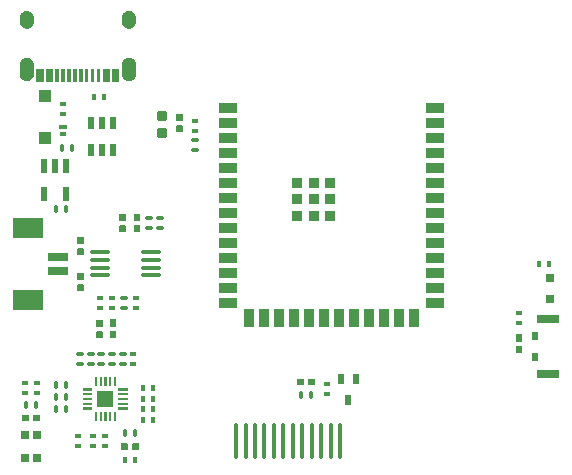
<source format=gtp>
G04 Layer: TopPasteMaskLayer*
G04 EasyEDA Pro v2.2.34.8, 2025-02-19 17:22:18*
G04 Gerber Generator version 0.3*
G04 Scale: 100 percent, Rotated: No, Reflected: No*
G04 Dimensions in millimeters*
G04 Leading zeros omitted, absolute positions, 4 integers and 5 decimals*
%FSLAX45Y45*%
%MOMM*%
%AMRoundRect*1,1,$1,$2,$3*1,1,$1,$4,$5*1,1,$1,0-$2,0-$3*1,1,$1,0-$4,0-$5*20,1,$1,$2,$3,$4,$5,0*20,1,$1,$4,$5,0-$2,0-$3,0*20,1,$1,0-$2,0-$3,0-$4,0-$5,0*20,1,$1,0-$4,0-$5,$2,$3,0*4,1,4,$2,$3,$4,$5,0-$2,0-$3,0-$4,0-$5,$2,$3,0*%
%AMPolygonMacro1*4,1,5,0.3,-0.205,-0.2,-0.205,-0.3,-0.12499,-0.3,0.205,0.3,0.205,0.3,-0.205,0*%
%ADD10RoundRect,0.4X-0.25X-0.2X-0.25X0.2*%
%ADD11RoundRect,0.2X0.2X0.1X0.2X-0.1*%
%ADD12RoundRect,0.2X0.1X-0.2X-0.1X-0.2*%
%ADD13RoundRect,0.2X-0.1X0.2X0.1X0.2*%
%ADD14RoundRect,0.2X-0.2X-0.1X-0.2X0.1*%
%ADD15RoundRect,0.1064X-0.2128X0.4828X0.2128X0.4828*%
%ADD16R,1.0X1.05001*%
%ADD17R,0.4X0.6*%
%ADD18R,0.6055X0.4*%
%ADD19R,0.6X0.4*%
%ADD20R,0.6X0.4*%
%ADD21R,0.48999X1.157*%
%ADD22R,0.48999X1.175*%
%ADD23R,0.7X0.8*%
%ADD24R,0.7X0.7*%
%ADD25R,0.5X0.93599*%
%ADD26R,0.59995X0.4*%
%ADD27PolygonMacro1*%
%ADD28O,1.692X0.36401*%
%ADD29O,0.4X3.0*%
%ADD30R,0.4X0.6*%
%ADD31R,1.5X0.9*%
%ADD32R,0.9X1.5*%
%ADD33R,1.5X0.9*%
%ADD34R,0.9X0.9*%
%ADD35R,0.6X0.7*%
%ADD36R,1.85001X0.75001*%
%ADD37R,1.7X0.7*%
%ADD38R,2.49999X1.8*%
G75*


G04 PolygonModel Start*
G36*
G01X15484198Y6052596D02*
G01X15529199Y6052596D01*
G01X15534198Y6045599D01*
G01X15534198Y5997598D01*
G01X15529199Y5992597D01*
G01X15484198Y5992597D01*
G01X15479199Y5997598D01*
G01X15479199Y6045599D01*
G01X15484198Y6052596D01*
G37*
G36*
G01X15484198Y6148598D02*
G01X15529199Y6148598D01*
G01X15534198Y6143597D01*
G01X15534198Y6095599D01*
G01X15529199Y6088598D01*
G01X15484198Y6088598D01*
G01X15479199Y6095599D01*
G01X15479199Y6143597D01*
G01X15484198Y6148598D01*
G37*
G36*
G01X18357271Y4184106D02*
G01X18402272Y4184106D01*
G01X18407271Y4177109D01*
G01X18407271Y4129108D01*
G01X18402272Y4124107D01*
G01X18357271Y4124107D01*
G01X18352272Y4129108D01*
G01X18352272Y4177109D01*
G01X18357271Y4184106D01*
G37*
G36*
G01X18357271Y4280108D02*
G01X18402272Y4280108D01*
G01X18407271Y4275107D01*
G01X18407271Y4227109D01*
G01X18402272Y4220108D01*
G01X18357271Y4220108D01*
G01X18352272Y4227109D01*
G01X18352272Y4275107D01*
G01X18357271Y4280108D01*
G37*
G36*
G01X16560087Y3900676D02*
G01X16560087Y3855675D01*
G01X16553089Y3850676D01*
G01X16505088Y3850676D01*
G01X16500087Y3855675D01*
G01X16500087Y3900676D01*
G01X16505088Y3905674D01*
G01X16553089Y3905674D01*
G01X16560087Y3900676D01*
G37*
G36*
G01X16656088Y3900676D02*
G01X16656088Y3855675D01*
G01X16651087Y3850676D01*
G01X16603089Y3850676D01*
G01X16596088Y3855675D01*
G01X16596088Y3900676D01*
G01X16603089Y3905674D01*
G01X16651087Y3905674D01*
G01X16656088Y3900676D01*
G37*
G36*
G01X15102754Y3307747D02*
G01X15102754Y3352748D01*
G01X15109751Y3357747D01*
G01X15157752Y3357747D01*
G01X15162754Y3352748D01*
G01X15162754Y3307747D01*
G01X15157752Y3302748D01*
G01X15109751Y3302748D01*
G01X15102754Y3307747D01*
G37*
G36*
G01X15006752Y3307747D02*
G01X15006752Y3352748D01*
G01X15011753Y3357747D01*
G01X15059751Y3357747D01*
G01X15066752Y3352748D01*
G01X15066752Y3307747D01*
G01X15059751Y3302748D01*
G01X15011753Y3302748D01*
G01X15006752Y3307747D01*
G37*
G36*
G01X14264554Y3549047D02*
G01X14264554Y3594048D01*
G01X14271551Y3599047D01*
G01X14319552Y3599047D01*
G01X14324554Y3594048D01*
G01X14324554Y3549047D01*
G01X14319552Y3544048D01*
G01X14271551Y3544048D01*
G01X14264554Y3549047D01*
G37*
G36*
G01X14168552Y3549047D02*
G01X14168552Y3594048D01*
G01X14173553Y3599047D01*
G01X14221551Y3599047D01*
G01X14228552Y3594048D01*
G01X14228552Y3549047D01*
G01X14221551Y3544048D01*
G01X14173553Y3544048D01*
G01X14168552Y3549047D01*
G37*
G36*
G01X14691002Y5047204D02*
G01X14646001Y5047204D01*
G01X14641002Y5054201D01*
G01X14641002Y5102202D01*
G01X14646001Y5107203D01*
G01X14691002Y5107203D01*
G01X14696001Y5102202D01*
G01X14696001Y5054201D01*
G01X14691002Y5047204D01*
G37*
G36*
G01X14691002Y4951202D02*
G01X14646001Y4951202D01*
G01X14641002Y4956203D01*
G01X14641002Y5004201D01*
G01X14646001Y5011202D01*
G01X14691002Y5011202D01*
G01X14696001Y5004201D01*
G01X14696001Y4956203D01*
G01X14691002Y4951202D01*
G37*
G36*
G01X14849637Y4346334D02*
G01X14804636Y4346334D01*
G01X14799637Y4353332D01*
G01X14799637Y4401333D01*
G01X14804636Y4406334D01*
G01X14849637Y4406334D01*
G01X14854636Y4401333D01*
G01X14854636Y4353332D01*
G01X14849637Y4346334D01*
G37*
G36*
G01X14849637Y4250332D02*
G01X14804636Y4250332D01*
G01X14799637Y4255333D01*
G01X14799637Y4303332D01*
G01X14804636Y4310332D01*
G01X14849637Y4310332D01*
G01X14854636Y4303332D01*
G01X14854636Y4255333D01*
G01X14849637Y4250332D01*
G37*
G36*
G01X14691002Y4742404D02*
G01X14646001Y4742404D01*
G01X14641002Y4749401D01*
G01X14641002Y4797402D01*
G01X14646001Y4802403D01*
G01X14691002Y4802403D01*
G01X14696001Y4797402D01*
G01X14696001Y4749401D01*
G01X14691002Y4742404D01*
G37*
G36*
G01X14691002Y4646402D02*
G01X14646001Y4646402D01*
G01X14641002Y4651403D01*
G01X14641002Y4699401D01*
G01X14646001Y4706402D01*
G01X14691002Y4706402D01*
G01X14696001Y4699401D01*
G01X14696001Y4651403D01*
G01X14691002Y4646402D01*
G37*
G36*
G01X14963937Y4346921D02*
G01X14918936Y4346921D01*
G01X14913937Y4353919D01*
G01X14913937Y4401920D01*
G01X14918936Y4406921D01*
G01X14963937Y4406921D01*
G01X14968936Y4401920D01*
G01X14968936Y4353919D01*
G01X14963937Y4346921D01*
G37*
G36*
G01X14963937Y4250919D02*
G01X14918936Y4250919D01*
G01X14913937Y4255921D01*
G01X14913937Y4303919D01*
G01X14918936Y4310919D01*
G01X14963937Y4310919D01*
G01X14968936Y4303919D01*
G01X14968936Y4255921D01*
G01X14963937Y4250919D01*
G37*
G36*
G01X15045933Y5240892D02*
G01X15000932Y5240892D01*
G01X14995933Y5247890D01*
G01X14995933Y5295891D01*
G01X15000932Y5300892D01*
G01X15045933Y5300892D01*
G01X15050932Y5295891D01*
G01X15050932Y5247890D01*
G01X15045933Y5240892D01*
G37*
G36*
G01X15045933Y5144891D02*
G01X15000932Y5144891D01*
G01X14995933Y5149892D01*
G01X14995933Y5197890D01*
G01X15000932Y5204891D01*
G01X15045933Y5204891D01*
G01X15050932Y5197890D01*
G01X15050932Y5149892D01*
G01X15045933Y5144891D01*
G37*
G36*
G01X15166052Y5241273D02*
G01X15121051Y5241273D01*
G01X15116052Y5248270D01*
G01X15116052Y5296271D01*
G01X15121051Y5301273D01*
G01X15166052Y5301273D01*
G01X15171051Y5296271D01*
G01X15171051Y5248270D01*
G01X15166052Y5241273D01*
G37*
G36*
G01X15166052Y5145271D02*
G01X15121051Y5145271D01*
G01X15116052Y5150272D01*
G01X15116052Y5198271D01*
G01X15121051Y5205271D01*
G01X15166052Y5205271D01*
G01X15171051Y5198271D01*
G01X15171051Y5150272D01*
G01X15166052Y5145271D01*
G37*
G36*
G01X14945812Y3801304D02*
G01X14945812Y3665302D01*
G01X14809810Y3665302D01*
G01X14809810Y3801304D01*
G01X14945812Y3801304D01*
G37*
G36*
G01X14767809Y3803316D02*
G01X14767809Y3823316D01*
G01X14687809Y3823316D01*
G01X14687809Y3803316D01*
G01X14767809Y3803316D01*
G37*
G36*
G01X14767809Y3763311D02*
G01X14767809Y3783311D01*
G01X14687809Y3783311D01*
G01X14687809Y3763311D01*
G01X14767809Y3763311D01*
G37*
G36*
G01X14767809Y3723331D02*
G01X14767809Y3743331D01*
G01X14687809Y3743331D01*
G01X14687809Y3723331D01*
G01X14767809Y3723331D01*
G37*
G36*
G01X14767809Y3683326D02*
G01X14767809Y3703326D01*
G01X14687809Y3703326D01*
G01X14687809Y3683326D01*
G01X14767809Y3683326D01*
G37*
G36*
G01X14767809Y3643321D02*
G01X14767809Y3663321D01*
G01X14687809Y3663321D01*
G01X14687809Y3643321D01*
G01X14767809Y3643321D01*
G37*
G36*
G01X15067808Y3803290D02*
G01X15067808Y3823290D01*
G01X14987808Y3823290D01*
G01X14987808Y3803290D01*
G01X15067808Y3803290D01*
G37*
G36*
G01X15067808Y3763285D02*
G01X15067808Y3783285D01*
G01X14987808Y3783285D01*
G01X14987808Y3763285D01*
G01X15067808Y3763285D01*
G37*
G36*
G01X15067808Y3723306D02*
G01X15067808Y3743306D01*
G01X14987808Y3743306D01*
G01X14987808Y3723306D01*
G01X15067808Y3723306D01*
G37*
G36*
G01X15067808Y3683301D02*
G01X15067808Y3703301D01*
G01X14987808Y3703301D01*
G01X14987808Y3683301D01*
G01X15067808Y3683301D01*
G37*
G36*
G01X15067808Y3643296D02*
G01X15067808Y3663296D01*
G01X14987808Y3663296D01*
G01X14987808Y3643296D01*
G01X15067808Y3643296D01*
G37*
G36*
G01X14807798Y3623311D02*
G01X14787798Y3623311D01*
G01X14787798Y3543311D01*
G01X14807798Y3543311D01*
G01X14807798Y3623311D01*
G37*
G36*
G01X14847803Y3623311D02*
G01X14827803Y3623311D01*
G01X14827803Y3543311D01*
G01X14847803Y3543311D01*
G01X14847803Y3623311D01*
G37*
G36*
G01X14887783Y3623311D02*
G01X14867783Y3623311D01*
G01X14867783Y3543311D01*
G01X14887783Y3543311D01*
G01X14887783Y3623311D01*
G37*
G36*
G01X14927788Y3623311D02*
G01X14907788Y3623311D01*
G01X14907788Y3543311D01*
G01X14927788Y3543311D01*
G01X14927788Y3623311D01*
G37*
G36*
G01X14967793Y3623311D02*
G01X14947793Y3623311D01*
G01X14947793Y3543311D01*
G01X14967793Y3543311D01*
G01X14967793Y3623311D01*
G37*
G36*
G01X14807798Y3923310D02*
G01X14787798Y3923310D01*
G01X14787798Y3843311D01*
G01X14807798Y3843311D01*
G01X14807798Y3923310D01*
G37*
G36*
G01X14847803Y3923310D02*
G01X14827803Y3923310D01*
G01X14827803Y3843311D01*
G01X14847803Y3843311D01*
G01X14847803Y3923310D01*
G37*
G36*
G01X14887783Y3923310D02*
G01X14867783Y3923310D01*
G01X14867783Y3843311D01*
G01X14887783Y3843311D01*
G01X14887783Y3923310D01*
G37*
G36*
G01X14927788Y3923310D02*
G01X14907788Y3923310D01*
G01X14907788Y3843311D01*
G01X14927788Y3843311D01*
G01X14927788Y3923310D01*
G37*
G36*
G01X14967793Y3923310D02*
G01X14947793Y3923310D01*
G01X14947793Y3843311D01*
G01X14967793Y3843311D01*
G01X14967793Y3923310D01*
G37*
G36*
G01X14503894Y6523897D02*
G01X14503894Y6413898D01*
G01X14533897Y6413898D01*
G01X14533897Y6523897D01*
G01X14503894Y6523897D01*
G37*
G36*
G01X14483884Y6413898D02*
G01X14483884Y6523897D01*
G01X14453881Y6523897D01*
G01X14453881Y6413898D01*
G01X14483884Y6413898D01*
G37*
G36*
G01X14993903Y6413898D02*
G01X14993903Y6523897D01*
G01X14933903Y6523897D01*
G01X14933903Y6413898D01*
G01X14993903Y6413898D01*
G37*
G36*
G01X14553907Y6523897D02*
G01X14553907Y6413898D01*
G01X14583909Y6413898D01*
G01X14583909Y6523897D01*
G01X14553907Y6523897D01*
G37*
G36*
G01X14433884Y6413898D02*
G01X14433884Y6523897D01*
G01X14373884Y6523897D01*
G01X14373884Y6413898D01*
G01X14433884Y6413898D01*
G37*
G36*
G01X14293900Y6523897D02*
G01X14293900Y6413898D01*
G01X14353899Y6413898D01*
G01X14353899Y6523897D01*
G01X14293900Y6523897D01*
G37*
G36*
G01X14603894Y6523897D02*
G01X14603894Y6413898D01*
G01X14633896Y6413898D01*
G01X14633896Y6523897D01*
G01X14603894Y6523897D01*
G37*
G36*
G01X14653906Y6523897D02*
G01X14653906Y6413898D01*
G01X14683909Y6413898D01*
G01X14683909Y6523897D01*
G01X14653906Y6523897D01*
G37*
G36*
G01X14913893Y6413898D02*
G01X14913893Y6523897D01*
G01X14853893Y6523897D01*
G01X14853893Y6413898D01*
G01X14913893Y6413898D01*
G37*
G36*
G01X14703894Y6523897D02*
G01X14703894Y6413898D01*
G01X14733896Y6413898D01*
G01X14733896Y6523897D01*
G01X14703894Y6523897D01*
G37*
G36*
G01X14753881Y6523897D02*
G01X14753881Y6413898D01*
G01X14783883Y6413898D01*
G01X14783883Y6523897D01*
G01X14753881Y6523897D01*
G37*
G36*
G01X14803893Y6523897D02*
G01X14803893Y6413898D01*
G01X14833896Y6413898D01*
G01X14833896Y6523897D01*
G01X14803893Y6523897D01*
G37*
G36*
G01X14206920Y6424058D02*
G01X14209907Y6423908D01*
G01X14212899Y6423908D01*
G01X14215886Y6424058D01*
G01X14218863Y6424355D01*
G01X14221822Y6424802D01*
G01X14224753Y6425394D01*
G01X14227654Y6426133D01*
G01X14230511Y6427014D01*
G01X14233323Y6428038D01*
G01X14236079Y6429198D01*
G01X14238776Y6430496D01*
G01X14241403Y6431929D01*
G01X14243956Y6433489D01*
G01X14246427Y6435173D01*
G01X14248812Y6436981D01*
G01X14251103Y6438904D01*
G01X14253298Y6440938D01*
G01X14255386Y6443080D01*
G01X14257367Y6445322D01*
G01X14259231Y6447662D01*
G01X14260976Y6450090D01*
G01X14262599Y6452605D01*
G01X14264095Y6455195D01*
G01X14265462Y6457857D01*
G01X14266691Y6460583D01*
G01X14267783Y6463369D01*
G01X14268738Y6466204D01*
G01X14269549Y6469084D01*
G01X14270214Y6472000D01*
G01X14270732Y6474946D01*
G01X14271106Y6477916D01*
G01X14271329Y6480900D01*
G01X14271403Y6483890D01*
G01X14271403Y6563890D01*
G01X14271329Y6566879D01*
G01X14271106Y6569864D01*
G01X14270732Y6572833D01*
G01X14270214Y6575779D01*
G01X14269549Y6578695D01*
G01X14268738Y6581576D01*
G01X14267783Y6584410D01*
G01X14266691Y6587197D01*
G01X14265462Y6589922D01*
G01X14264095Y6592584D01*
G01X14262599Y6595175D01*
G01X14260976Y6597689D01*
G01X14259231Y6600118D01*
G01X14257367Y6602457D01*
G01X14255386Y6604700D01*
G01X14253298Y6606841D01*
G01X14251103Y6608876D01*
G01X14248812Y6610798D01*
G01X14246427Y6612607D01*
G01X14243956Y6614291D01*
G01X14241403Y6615850D01*
G01X14238776Y6617283D01*
G01X14236079Y6618581D01*
G01X14233323Y6619742D01*
G01X14230511Y6620765D01*
G01X14227654Y6621647D01*
G01X14224753Y6622386D01*
G01X14221822Y6622978D01*
G01X14218863Y6623425D01*
G01X14215886Y6623722D01*
G01X14212899Y6623872D01*
G01X14209907Y6623872D01*
G01X14206920Y6623722D01*
G01X14203943Y6623425D01*
G01X14200984Y6622978D01*
G01X14198053Y6622386D01*
G01X14195152Y6621647D01*
G01X14192294Y6620765D01*
G01X14189483Y6619742D01*
G01X14186727Y6618581D01*
G01X14184029Y6617283D01*
G01X14181403Y6615850D01*
G01X14178850Y6614291D01*
G01X14176379Y6612607D01*
G01X14173994Y6610798D01*
G01X14171703Y6608876D01*
G01X14169508Y6606841D01*
G01X14167420Y6604700D01*
G01X14165439Y6602457D01*
G01X14163575Y6600118D01*
G01X14161830Y6597689D01*
G01X14160207Y6595175D01*
G01X14158711Y6592584D01*
G01X14157344Y6589922D01*
G01X14156115Y6587197D01*
G01X14155022Y6584410D01*
G01X14154067Y6581576D01*
G01X14153257Y6578695D01*
G01X14152592Y6575779D01*
G01X14152074Y6572833D01*
G01X14151700Y6569864D01*
G01X14151477Y6566879D01*
G01X14151403Y6563890D01*
G01X14151403Y6483890D01*
G01X14151477Y6480900D01*
G01X14151700Y6477916D01*
G01X14152074Y6474946D01*
G01X14152592Y6472000D01*
G01X14153257Y6469084D01*
G01X14154067Y6466204D01*
G01X14155022Y6463369D01*
G01X14156115Y6460583D01*
G01X14157344Y6457857D01*
G01X14158711Y6455195D01*
G01X14160207Y6452605D01*
G01X14161830Y6450090D01*
G01X14163575Y6447662D01*
G01X14165439Y6445322D01*
G01X14167420Y6443080D01*
G01X14169508Y6440938D01*
G01X14171703Y6438904D01*
G01X14173994Y6436981D01*
G01X14176379Y6435173D01*
G01X14178850Y6433489D01*
G01X14181403Y6431929D01*
G01X14184029Y6430496D01*
G01X14186727Y6429198D01*
G01X14189483Y6428038D01*
G01X14192294Y6427014D01*
G01X14195152Y6426133D01*
G01X14198053Y6425394D01*
G01X14200984Y6424802D01*
G01X14203943Y6424355D01*
G01X14206920Y6424058D01*
G37*
G36*
G01X15077896Y6423908D02*
G01X15080883Y6424058D01*
G01X15083860Y6424355D01*
G01X15086819Y6424802D01*
G01X15089750Y6425394D01*
G01X15092651Y6426133D01*
G01X15095508Y6427014D01*
G01X15098320Y6428038D01*
G01X15101076Y6429198D01*
G01X15103773Y6430496D01*
G01X15106400Y6431929D01*
G01X15108953Y6433489D01*
G01X15111424Y6435173D01*
G01X15113809Y6436981D01*
G01X15116100Y6438904D01*
G01X15118295Y6440938D01*
G01X15120383Y6443080D01*
G01X15122364Y6445322D01*
G01X15124228Y6447662D01*
G01X15125973Y6450090D01*
G01X15127596Y6452605D01*
G01X15129092Y6455195D01*
G01X15130459Y6457857D01*
G01X15131688Y6460583D01*
G01X15132780Y6463369D01*
G01X15133735Y6466204D01*
G01X15134546Y6469084D01*
G01X15135211Y6472000D01*
G01X15135729Y6474946D01*
G01X15136103Y6477916D01*
G01X15136326Y6480900D01*
G01X15136400Y6483890D01*
G01X15136400Y6563890D01*
G01X15136326Y6566879D01*
G01X15136103Y6569864D01*
G01X15135729Y6572833D01*
G01X15135211Y6575779D01*
G01X15134546Y6578695D01*
G01X15133735Y6581576D01*
G01X15132780Y6584410D01*
G01X15131688Y6587197D01*
G01X15130459Y6589922D01*
G01X15129092Y6592584D01*
G01X15127596Y6595175D01*
G01X15125973Y6597689D01*
G01X15124228Y6600118D01*
G01X15122364Y6602457D01*
G01X15120383Y6604700D01*
G01X15118295Y6606841D01*
G01X15116100Y6608876D01*
G01X15113809Y6610798D01*
G01X15111424Y6612607D01*
G01X15108953Y6614291D01*
G01X15106400Y6615850D01*
G01X15103773Y6617283D01*
G01X15101076Y6618581D01*
G01X15098320Y6619742D01*
G01X15095508Y6620765D01*
G01X15092651Y6621647D01*
G01X15089750Y6622386D01*
G01X15086819Y6622978D01*
G01X15083860Y6623425D01*
G01X15080883Y6623722D01*
G01X15077896Y6623872D01*
G01X15074904Y6623872D01*
G01X15071917Y6623722D01*
G01X15068940Y6623425D01*
G01X15065981Y6622978D01*
G01X15063050Y6622386D01*
G01X15060149Y6621647D01*
G01X15057291Y6620765D01*
G01X15054480Y6619742D01*
G01X15051724Y6618581D01*
G01X15049026Y6617283D01*
G01X15046400Y6615850D01*
G01X15043847Y6614291D01*
G01X15041376Y6612607D01*
G01X15038991Y6610798D01*
G01X15036700Y6608876D01*
G01X15034505Y6606841D01*
G01X15032417Y6604700D01*
G01X15030436Y6602457D01*
G01X15028572Y6600118D01*
G01X15026827Y6597689D01*
G01X15025204Y6595175D01*
G01X15023708Y6592584D01*
G01X15022341Y6589922D01*
G01X15021112Y6587197D01*
G01X15020019Y6584410D01*
G01X15019064Y6581576D01*
G01X15018254Y6578695D01*
G01X15017589Y6575779D01*
G01X15017071Y6572833D01*
G01X15016697Y6569864D01*
G01X15016474Y6566879D01*
G01X15016400Y6563890D01*
G01X15016400Y6483890D01*
G01X15016474Y6480900D01*
G01X15016697Y6477916D01*
G01X15017071Y6474946D01*
G01X15017589Y6472000D01*
G01X15018254Y6469084D01*
G01X15019064Y6466204D01*
G01X15020019Y6463369D01*
G01X15021112Y6460583D01*
G01X15022341Y6457857D01*
G01X15023708Y6455195D01*
G01X15025204Y6452605D01*
G01X15026827Y6450090D01*
G01X15028572Y6447662D01*
G01X15030436Y6445322D01*
G01X15032417Y6443080D01*
G01X15034505Y6440938D01*
G01X15036700Y6438904D01*
G01X15038991Y6436981D01*
G01X15041376Y6435173D01*
G01X15043847Y6433489D01*
G01X15046400Y6431929D01*
G01X15049026Y6430496D01*
G01X15051724Y6429198D01*
G01X15054480Y6428038D01*
G01X15057291Y6427014D01*
G01X15060149Y6426133D01*
G01X15063050Y6425394D01*
G01X15065981Y6424802D01*
G01X15068940Y6424355D01*
G01X15071917Y6424058D01*
G01X15074904Y6423908D01*
G01X15077896Y6423908D01*
G37*
G36*
G01X15071917Y6869073D02*
G01X15074904Y6868923D01*
G01X15077896Y6868923D01*
G01X15080883Y6869073D01*
G01X15083860Y6869370D01*
G01X15086819Y6869817D01*
G01X15089750Y6870409D01*
G01X15092651Y6871148D01*
G01X15095508Y6872030D01*
G01X15098320Y6873053D01*
G01X15101076Y6874214D01*
G01X15103773Y6875512D01*
G01X15106400Y6876945D01*
G01X15108953Y6878504D01*
G01X15111424Y6880188D01*
G01X15113809Y6881997D01*
G01X15116100Y6883919D01*
G01X15118295Y6885954D01*
G01X15120383Y6888095D01*
G01X15122364Y6890338D01*
G01X15124228Y6892677D01*
G01X15125973Y6895106D01*
G01X15127596Y6897620D01*
G01X15129092Y6900211D01*
G01X15130459Y6902873D01*
G01X15131688Y6905598D01*
G01X15132780Y6908385D01*
G01X15133735Y6911219D01*
G01X15134546Y6914100D01*
G01X15135211Y6917016D01*
G01X15135729Y6919962D01*
G01X15136103Y6922931D01*
G01X15136326Y6925916D01*
G01X15136400Y6928905D01*
G01X15136400Y6958905D01*
G01X15136326Y6961895D01*
G01X15136103Y6964879D01*
G01X15135729Y6967849D01*
G01X15135211Y6970795D01*
G01X15134546Y6973711D01*
G01X15133735Y6976591D01*
G01X15132780Y6979426D01*
G01X15131688Y6982212D01*
G01X15130459Y6984938D01*
G01X15129092Y6987600D01*
G01X15127596Y6990190D01*
G01X15125973Y6992705D01*
G01X15124228Y6995133D01*
G01X15122364Y6997473D01*
G01X15120383Y6999715D01*
G01X15118295Y7001857D01*
G01X15116100Y7003891D01*
G01X15113809Y7005814D01*
G01X15111424Y7007623D01*
G01X15108953Y7009307D01*
G01X15106400Y7010866D01*
G01X15103773Y7012299D01*
G01X15101076Y7013597D01*
G01X15098320Y7014757D01*
G01X15095508Y7015781D01*
G01X15092651Y7016662D01*
G01X15089750Y7017402D01*
G01X15086819Y7017993D01*
G01X15083860Y7018440D01*
G01X15080883Y7018738D01*
G01X15077896Y7018887D01*
G01X15074904Y7018887D01*
G01X15071917Y7018738D01*
G01X15068940Y7018440D01*
G01X15065981Y7017993D01*
G01X15063050Y7017402D01*
G01X15060149Y7016662D01*
G01X15057291Y7015781D01*
G01X15054480Y7014757D01*
G01X15051724Y7013597D01*
G01X15049026Y7012299D01*
G01X15046400Y7010866D01*
G01X15043847Y7009307D01*
G01X15041376Y7007623D01*
G01X15038991Y7005814D01*
G01X15036700Y7003891D01*
G01X15034505Y7001857D01*
G01X15032417Y6999715D01*
G01X15030436Y6997473D01*
G01X15028572Y6995133D01*
G01X15026827Y6992705D01*
G01X15025204Y6990190D01*
G01X15023708Y6987600D01*
G01X15022341Y6984938D01*
G01X15021112Y6982212D01*
G01X15020019Y6979426D01*
G01X15019064Y6976591D01*
G01X15018254Y6973711D01*
G01X15017589Y6970795D01*
G01X15017071Y6967849D01*
G01X15016697Y6964879D01*
G01X15016474Y6961895D01*
G01X15016400Y6958905D01*
G01X15016400Y6928905D01*
G01X15016474Y6925916D01*
G01X15016697Y6922931D01*
G01X15017071Y6919962D01*
G01X15017589Y6917016D01*
G01X15018254Y6914100D01*
G01X15019064Y6911219D01*
G01X15020019Y6908385D01*
G01X15021112Y6905598D01*
G01X15022341Y6902873D01*
G01X15023708Y6900211D01*
G01X15025204Y6897620D01*
G01X15026827Y6895106D01*
G01X15028572Y6892677D01*
G01X15030436Y6890338D01*
G01X15032417Y6888095D01*
G01X15034505Y6885954D01*
G01X15036700Y6883919D01*
G01X15038991Y6881997D01*
G01X15041376Y6880188D01*
G01X15043847Y6878504D01*
G01X15046400Y6876945D01*
G01X15049026Y6875512D01*
G01X15051724Y6874214D01*
G01X15054480Y6873053D01*
G01X15057291Y6872030D01*
G01X15060149Y6871148D01*
G01X15063050Y6870409D01*
G01X15065981Y6869817D01*
G01X15068940Y6869370D01*
G01X15071917Y6869073D01*
G37*
G36*
G01X14212899Y6868923D02*
G01X14215886Y6869073D01*
G01X14218863Y6869370D01*
G01X14221822Y6869817D01*
G01X14224753Y6870409D01*
G01X14227654Y6871148D01*
G01X14230511Y6872030D01*
G01X14233323Y6873053D01*
G01X14236079Y6874214D01*
G01X14238776Y6875512D01*
G01X14241403Y6876945D01*
G01X14243956Y6878504D01*
G01X14246427Y6880188D01*
G01X14248812Y6881997D01*
G01X14251103Y6883919D01*
G01X14253298Y6885954D01*
G01X14255386Y6888095D01*
G01X14257367Y6890338D01*
G01X14259231Y6892677D01*
G01X14260976Y6895106D01*
G01X14262599Y6897620D01*
G01X14264095Y6900211D01*
G01X14265462Y6902873D01*
G01X14266691Y6905598D01*
G01X14267783Y6908385D01*
G01X14268738Y6911219D01*
G01X14269549Y6914100D01*
G01X14270214Y6917016D01*
G01X14270732Y6919962D01*
G01X14271106Y6922931D01*
G01X14271329Y6925916D01*
G01X14271403Y6928905D01*
G01X14271403Y6958905D01*
G01X14271329Y6961895D01*
G01X14271106Y6964879D01*
G01X14270732Y6967849D01*
G01X14270214Y6970795D01*
G01X14269549Y6973711D01*
G01X14268738Y6976591D01*
G01X14267783Y6979426D01*
G01X14266691Y6982212D01*
G01X14265462Y6984938D01*
G01X14264095Y6987600D01*
G01X14262599Y6990190D01*
G01X14260976Y6992705D01*
G01X14259231Y6995133D01*
G01X14257367Y6997473D01*
G01X14255386Y6999715D01*
G01X14253298Y7001857D01*
G01X14251103Y7003891D01*
G01X14248812Y7005814D01*
G01X14246427Y7007623D01*
G01X14243956Y7009307D01*
G01X14241403Y7010866D01*
G01X14238776Y7012299D01*
G01X14236079Y7013597D01*
G01X14233323Y7014757D01*
G01X14230511Y7015781D01*
G01X14227654Y7016662D01*
G01X14224753Y7017402D01*
G01X14221822Y7017993D01*
G01X14218863Y7018440D01*
G01X14215886Y7018738D01*
G01X14212899Y7018887D01*
G01X14209907Y7018887D01*
G01X14206920Y7018738D01*
G01X14203943Y7018440D01*
G01X14200984Y7017993D01*
G01X14198053Y7017402D01*
G01X14195152Y7016662D01*
G01X14192294Y7015781D01*
G01X14189483Y7014757D01*
G01X14186727Y7013597D01*
G01X14184029Y7012299D01*
G01X14181403Y7010866D01*
G01X14178850Y7009307D01*
G01X14176379Y7007623D01*
G01X14173994Y7005814D01*
G01X14171703Y7003891D01*
G01X14169508Y7001857D01*
G01X14167420Y6999715D01*
G01X14165439Y6997473D01*
G01X14163575Y6995133D01*
G01X14161830Y6992705D01*
G01X14160207Y6990190D01*
G01X14158711Y6987600D01*
G01X14157344Y6984938D01*
G01X14156115Y6982212D01*
G01X14155022Y6979426D01*
G01X14154067Y6976591D01*
G01X14153257Y6973711D01*
G01X14152592Y6970795D01*
G01X14152074Y6967849D01*
G01X14151700Y6964879D01*
G01X14151477Y6961895D01*
G01X14151403Y6958905D01*
G01X14151403Y6928905D01*
G01X14151477Y6925916D01*
G01X14151700Y6922931D01*
G01X14152074Y6919962D01*
G01X14152592Y6917016D01*
G01X14153257Y6914100D01*
G01X14154067Y6911219D01*
G01X14155022Y6908385D01*
G01X14156115Y6905598D01*
G01X14157344Y6902873D01*
G01X14158711Y6900211D01*
G01X14160207Y6897620D01*
G01X14161830Y6895106D01*
G01X14163575Y6892677D01*
G01X14165439Y6890338D01*
G01X14167420Y6888095D01*
G01X14169508Y6885954D01*
G01X14171703Y6883919D01*
G01X14173994Y6881997D01*
G01X14176379Y6880188D01*
G01X14178850Y6878504D01*
G01X14181403Y6876945D01*
G01X14184029Y6875512D01*
G01X14186727Y6874214D01*
G01X14189483Y6873053D01*
G01X14192294Y6872030D01*
G01X14195152Y6871148D01*
G01X14198053Y6870409D01*
G01X14200984Y6869817D01*
G01X14203943Y6869370D01*
G01X14206920Y6869073D01*
G01X14209907Y6868923D01*
G01X14212899Y6868923D01*
G37*

G04 Pad Start*
G54D10*
G01X15354300Y6127902D03*
G01X15354300Y5987898D03*
G54D11*
G01X15633700Y5922600D03*
G01X15633700Y5837600D03*
G54D12*
G01X14596700Y5854700D03*
G01X14511700Y5854700D03*
G54D13*
G01X14459104Y5341994D03*
G01X14544104Y5341994D03*
G01X16535590Y3763874D03*
G01X16620590Y3763874D03*
G54D12*
G01X14541222Y3651762D03*
G01X14456222Y3651762D03*
G01X14541222Y3746819D03*
G01X14456222Y3746819D03*
G01X15127250Y3444549D03*
G01X15042250Y3444549D03*
G01X14289050Y3685849D03*
G01X14204050Y3685849D03*
G01X14541222Y3849181D03*
G01X14456222Y3849181D03*
G54D14*
G01X14662383Y4031068D03*
G01X14662383Y4116068D03*
G01X14752722Y4030739D03*
G01X14752722Y4115739D03*
G01X14842942Y4030832D03*
G01X14842942Y4115832D03*
G01X14933398Y4030907D03*
G01X14933398Y4115907D03*
G01X15023618Y4031191D03*
G01X15023618Y4116191D03*
G54D11*
G01X15033950Y4591949D03*
G01X15033950Y4506949D03*
G54D14*
G01X15250479Y5180689D03*
G01X15250479Y5265689D03*
G54D11*
G01X15341152Y5265782D03*
G01X15341152Y5180782D03*
G54D15*
G01X14751304Y5841390D03*
G01X14846300Y5841390D03*
G01X14941296Y5841390D03*
G01X14941296Y6071210D03*
G01X14846300Y6071210D03*
G01X14751304Y6071210D03*
G54D16*
G01X14363700Y6296406D03*
G01X14363700Y5946394D03*
G54D17*
G01X15129846Y3215950D03*
G01X15044846Y3215950D03*
G54D19*
G01X14198601Y3780200D03*
G01X14198601Y3865200D03*
G01X14300201Y3780200D03*
G01X14300201Y3865200D03*
G54D20*
G01X15114973Y4115488D03*
G01X15114973Y4030488D03*
G54D21*
G01X14547596Y5703367D03*
G01X14452600Y5703367D03*
G01X14357604Y5703367D03*
G54D22*
G01X14357604Y5472633D03*
G01X14547596Y5472633D03*
G54D23*
G01X18645553Y4761662D03*
G01X18645553Y4581652D03*
G54D24*
G01X14297071Y3233754D03*
G01X14297071Y3426743D03*
G01X14196030Y3426743D03*
G01X14196030Y3233754D03*
G54D25*
G01X16998689Y3904463D03*
G01X16868691Y3904463D03*
G01X16933690Y3724885D03*
G54D20*
G01X15633699Y6087700D03*
G01X15633699Y6002700D03*
G54D19*
G01X18376901Y4377100D03*
G01X18376901Y4462100D03*
G54D17*
G01X18637253Y4874858D03*
G01X18552253Y4874858D03*
G54D19*
G01X16755891Y3772174D03*
G01X16755891Y3857174D03*
G54D20*
G01X14770099Y3420700D03*
G01X14770099Y3335700D03*
G01X14643099Y3420700D03*
G01X14643099Y3335700D03*
G54D19*
G01X14871701Y3335700D03*
G01X14871701Y3420700D03*
G54D17*
G01X15280294Y3556699D03*
G01X15195294Y3556699D03*
G01X15280294Y3645982D03*
G01X15195294Y3645982D03*
G01X15280294Y3735182D03*
G01X15195294Y3735182D03*
G01X15280294Y3824244D03*
G01X15195294Y3824244D03*
G54D19*
G01X14830751Y4506949D03*
G01X14830751Y4591949D03*
G01X14932351Y4506949D03*
G01X14932351Y4591949D03*
G01X15135551Y4506949D03*
G01X15135551Y4591949D03*
G54D26*
G01X14516100Y5974601D03*
G54D27*
G01X14516100Y6039599D03*
G54D28*
G01X15264105Y4779289D03*
G01X15264105Y4844313D03*
G01X15264105Y4909312D03*
G01X15264105Y4974311D03*
G01X14834895Y4779289D03*
G01X14834895Y4844313D03*
G01X14834895Y4909312D03*
G01X14834895Y4974311D03*
G54D29*
G01X16863585Y3378200D03*
G01X16783585Y3378200D03*
G01X16703585Y3378200D03*
G01X16623585Y3378200D03*
G01X16543585Y3378200D03*
G01X16463585Y3378200D03*
G01X16383585Y3378200D03*
G01X16303585Y3378200D03*
G01X16223585Y3378200D03*
G01X16143585Y3378200D03*
G01X16063585Y3378200D03*
G01X15983585Y3378200D03*
G54D20*
G01X14516099Y6227400D03*
G01X14516099Y6142400D03*
G54D30*
G01X14778400Y6286499D03*
G01X14863400Y6286499D03*
G54D31*
G01X15914395Y6198095D03*
G01X15914395Y6071095D03*
G01X15914395Y5944095D03*
G01X15914395Y5817095D03*
G01X15914395Y5690095D03*
G01X15914395Y5563095D03*
G01X15914395Y5436095D03*
G01X15914395Y5309095D03*
G01X15914395Y5182095D03*
G01X15914395Y5055095D03*
G01X15914395Y4928095D03*
G01X15914395Y4801095D03*
G01X15914395Y4674095D03*
G01X15914395Y4547095D03*
G54D32*
G01X16090900Y4419105D03*
G01X16217900Y4419105D03*
G01X16344900Y4419105D03*
G01X16471900Y4419105D03*
G01X16598900Y4419105D03*
G01X16725900Y4419105D03*
G01X16852900Y4419105D03*
G01X16979900Y4419105D03*
G01X17106900Y4419105D03*
G01X17233900Y4419105D03*
G01X17360900Y4419105D03*
G01X17487900Y4422102D03*
G54D33*
G01X17664405Y4547095D03*
G01X17664405Y4674095D03*
G01X17664405Y4801095D03*
G01X17664405Y4928095D03*
G01X17664405Y5055095D03*
G01X17664405Y5182095D03*
G01X17664405Y5309095D03*
G01X17664405Y5436095D03*
G01X17664405Y5563095D03*
G01X17664405Y5690095D03*
G01X17664405Y5817095D03*
G01X17664405Y5944095D03*
G01X17664405Y6071095D03*
G01X17664405Y6198095D03*
G54D34*
G01X16779392Y5286083D03*
G01X16639388Y5286083D03*
G01X16499383Y5286083D03*
G01X16499383Y5566093D03*
G01X16639388Y5566093D03*
G01X16779392Y5566093D03*
G01X16779392Y5426088D03*
G01X16499383Y5426088D03*
G01X16639388Y5426088D03*
G54D35*
G01X18511149Y4263301D03*
G01X18511149Y4093299D03*
G54D36*
G01X18623646Y3945801D03*
G01X18623646Y4410799D03*
G54D37*
G01X14475341Y4938079D03*
G01X14475341Y4813085D03*
G54D38*
G01X14225329Y5183087D03*
G01X14225329Y4568077D03*
G04 Pad End*

M02*


</source>
